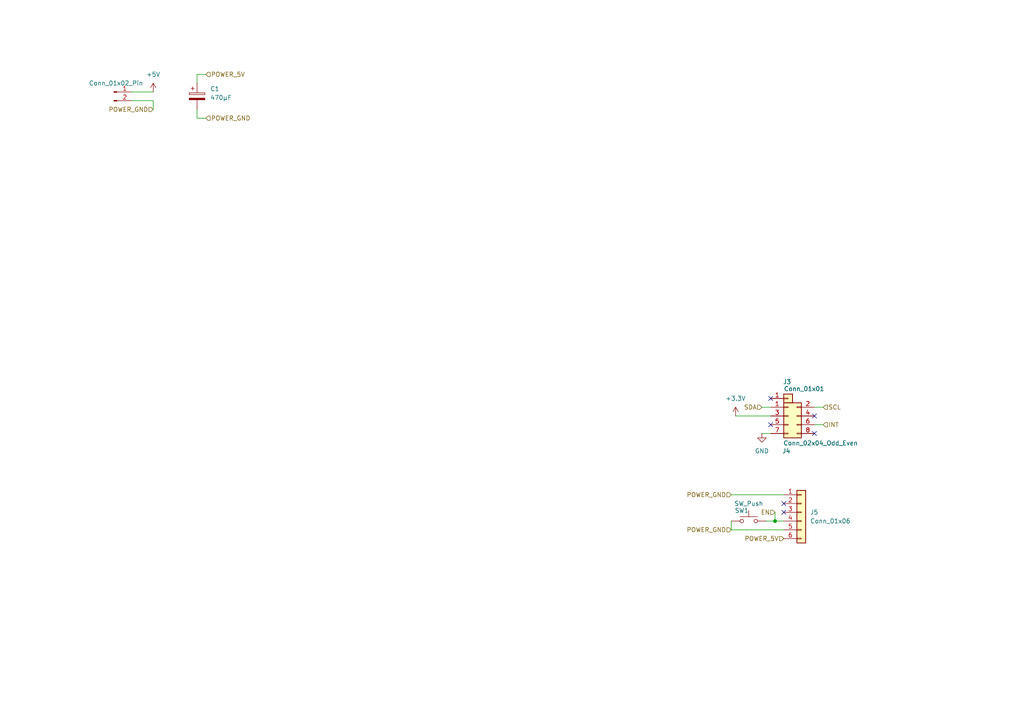
<source format=kicad_sch>
(kicad_sch (version 20250114) (generator "eeschema") (generator_version "9.0")
  (paper "A4")
  (lib_symbols
    (symbol "Connector:Conn_01x02_Pin" (pin_names (offset 1.016) (hide yes))
      (property "Reference" "J" (at 0 2.54 0))
      (property "Value" "Conn_01x02_Pin" (at 0 -5.08 0))
      (symbol "Conn_01x02_Pin_1_1"
        (rectangle (start 0.8636 0.127) (end 0 -0.127) (stroke (width 0.1524)) (fill (type outline)))
        (rectangle (start 0.8636 -2.413) (end 0 -2.667) (stroke (width 0.1524)) (fill (type outline)))
        (polyline (pts (xy 1.27 0) (xy 0.8636 0)) (stroke (width 0.1524)))
        (polyline (pts (xy 1.27 -2.54) (xy 0.8636 -2.54)) (stroke (width 0.1524)))
        (pin passive line (at 5.08 0 180) (length 3.81) (name "Pin_1") (number "1"))
        (pin passive line (at 5.08 -2.54 180) (length 3.81) (name "Pin_2") (number "2"))
      )
    )
    (symbol "Connector_Generic:Conn_01x01" (pin_names (offset 1.016) (hide yes))
      (property "Reference" "J" (at 0 2.54 0))
      (property "Value" "Conn_01x01" (at 0 -2.54 0))
      (symbol "Conn_01x01_1_1"
        (rectangle (start -1.27 1.27) (end 1.27 -1.27) (stroke (width 0.254)) (fill (type background)))
        (rectangle (start -1.27 0.127) (end 0 -0.127) (stroke (width 0.1524)))
        (pin passive line (at -5.08 0 0) (length 3.81) (name "Pin_1") (number "1"))
      )
    )
    (symbol "Connector_Generic:Conn_01x06" (pin_names (offset 1.016) (hide yes))
      (property "Reference" "J" (at 0 7.62 0))
      (property "Value" "Conn_01x06" (at 0 -10.16 0))
      (symbol "Conn_01x06_1_1"
        (rectangle (start -1.27 6.35) (end 1.27 -8.89) (stroke (width 0.254)) (fill (type background)))
        (rectangle (start -1.27 5.207) (end 0 4.953) (stroke (width 0.1524)))
        (rectangle (start -1.27 2.667) (end 0 2.413) (stroke (width 0.1524)))
        (rectangle (start -1.27 0.127) (end 0 -0.127) (stroke (width 0.1524)))
        (rectangle (start -1.27 -2.413) (end 0 -2.667) (stroke (width 0.1524)))
        (rectangle (start -1.27 -4.953) (end 0 -5.207) (stroke (width 0.1524)))
        (rectangle (start -1.27 -7.493) (end 0 -7.747) (stroke (width 0.1524)))
        (pin passive line (at -5.08 5.08 0) (length 3.81) (name "Pin_1") (number "1"))
        (pin passive line (at -5.08 2.54 0) (length 3.81) (name "Pin_2") (number "2"))
        (pin passive line (at -5.08 0 0) (length 3.81) (name "Pin_3") (number "3"))
        (pin passive line (at -5.08 -2.54 0) (length 3.81) (name "Pin_4") (number "4"))
        (pin passive line (at -5.08 -5.08 0) (length 3.81) (name "Pin_5") (number "5"))
        (pin passive line (at -5.08 -7.62 0) (length 3.81) (name "Pin_6") (number "6"))
      )
    )
    (symbol "Connector_Generic:Conn_02x04_Odd_Even" (pin_names (offset 1.016) (hide yes))
      (property "Reference" "J" (at 1.27 5.08 0))
      (property "Value" "Conn_02x04_Odd_Even" (at 1.27 -7.62 0))
      (symbol "Conn_02x04_Odd_Even_1_1"
        (rectangle (start -1.27 3.81) (end 3.81 -6.35) (stroke (width 0.254)) (fill (type background)))
        (rectangle (start -1.27 2.667) (end 0 2.413) (stroke (width 0.1524)))
        (rectangle (start -1.27 0.127) (end 0 -0.127) (stroke (width 0.1524)))
        (rectangle (start -1.27 -2.413) (end 0 -2.667) (stroke (width 0.1524)))
        (rectangle (start -1.27 -4.953) (end 0 -5.207) (stroke (width 0.1524)))
        (rectangle (start 3.81 2.667) (end 2.54 2.413) (stroke (width 0.1524)))
        (rectangle (start 3.81 0.127) (end 2.54 -0.127) (stroke (width 0.1524)))
        (rectangle (start 3.81 -2.413) (end 2.54 -2.667) (stroke (width 0.1524)))
        (rectangle (start 3.81 -4.953) (end 2.54 -5.207) (stroke (width 0.1524)))
        (pin passive line (at -5.08 2.54 0) (length 3.81) (name "Pin_1") (number "1"))
        (pin passive line (at -5.08 0 0) (length 3.81) (name "Pin_3") (number "3"))
        (pin passive line (at -5.08 -2.54 0) (length 3.81) (name "Pin_5") (number "5"))
        (pin passive line (at -5.08 -5.08 0) (length 3.81) (name "Pin_7") (number "7"))
        (pin passive line (at 7.62 2.54 180) (length 3.81) (name "Pin_2") (number "2"))
        (pin passive line (at 7.62 0 180) (length 3.81) (name "Pin_4") (number "4"))
        (pin passive line (at 7.62 -2.54 180) (length 3.81) (name "Pin_6") (number "6"))
        (pin passive line (at 7.62 -5.08 180) (length 3.81) (name "Pin_8") (number "8"))
      )
    )
    (symbol "Device:C_Polarized" (pin_numbers (hide yes)) (pin_names (offset 0.254))
      (property "Reference" "C" (at 0.635 2.54 0))
      (property "Value" "C_Polarized" (at 0.635 -2.54 0))
      (symbol "C_Polarized_0_1"
        (rectangle (start -2.286 0.508) (end 2.286 1.016))
        (polyline (pts (xy -1.778 2.286) (xy -0.762 2.286)))
        (polyline (pts (xy -1.27 2.794) (xy -1.27 1.778)))
        (rectangle (start 2.286 -0.508) (end -2.286 -1.016) (fill (type outline)))
      )
      (symbol "C_Polarized_1_1"
        (pin passive line (at 0 3.81 270) (length 2.794) (name "~") (number "1"))
        (pin passive line (at 0 -3.81 90) (length 2.794) (name "~") (number "2"))
      )
    )
    (symbol "Switch:SW_Push" (pin_numbers (hide yes)) (pin_names (offset 1.016) (hide yes))
      (property "Reference" "SW" (at 1.27 2.54 0))
      (property "Value" "SW_Push" (at 0 -1.524 0))
      (symbol "SW_Push_0_1"
        (circle (center -2.032 0) (radius 0.508))
        (polyline (pts (xy 0 1.27) (xy 0 3.048)))
        (circle (center 2.032 0) (radius 0.508))
        (polyline (pts (xy 2.54 1.27) (xy -2.54 1.27)))
        (pin passive line (at -5.08 0 0) (length 2.54) (name "1") (number "1"))
        (pin passive line (at 5.08 0 180) (length 2.54) (name "2") (number "2"))
      )
    )
    (symbol "power:+3.3V" (power) (pin_numbers (hide yes)) (pin_names (offset 0) (hide yes))
      (property "Value" "+3.3V" (at 0 3.556 0))
      (symbol "+3.3V_0_1"
        (polyline (pts (xy -0.762 1.27) (xy 0 2.54)))
        (polyline (pts (xy 0 2.54) (xy 0.762 1.27)))
        (polyline (pts (xy 0 0) (xy 0 2.54)))
      )
      (symbol "+3.3V_1_1"
        (pin power_in line (at 0 0 90) (length 0) (name "~") (number "1"))
      )
    )
    (symbol "power:+5V" (power) (pin_numbers (hide yes)) (pin_names (offset 0) (hide yes))
      (property "Value" "+5V" (at 0 3.556 0))
      (symbol "+5V_0_1"
        (polyline (pts (xy -0.762 1.27) (xy 0 2.54)))
        (polyline (pts (xy 0 2.54) (xy 0.762 1.27)))
        (polyline (pts (xy 0 0) (xy 0 2.54)))
      )
      (symbol "+5V_1_1"
        (pin power_in line (at 0 0 90) (length 0) (name "~") (number "1"))
      )
    )
    (symbol "power:GND" (power) (pin_numbers (hide yes)) (pin_names (offset 0) (hide yes))
      (property "Value" "GND" (at 0 -3.81 0))
      (symbol "GND_0_1"
        (polyline (pts (xy 0 0) (xy 0 -1.27) (xy 1.27 -1.27) (xy 0 -2.54) (xy -1.27 -1.27) (xy 0 -1.27)))
      )
      (symbol "GND_1_1"
        (pin power_in line (at 0 0 270) (length 0) (name "~") (number "1"))
      )
    )
  )
  (junction (at 224.79 151.13))
  (no_connect (at 236.22 125.73))
  (no_connect (at 227.33 146.05))
  (no_connect (at 236.22 120.65))
  (no_connect (at 227.33 148.59))
  (no_connect (at 223.52 123.19))
  (no_connect (at 223.52 115.57))
  (wire (pts (xy 44.45 29.21) (xy 44.45 31.75)))
  (wire (pts (xy 236.22 123.19) (xy 238.76 123.19)))
  (wire (pts (xy 38.1 26.67) (xy 44.45 26.67)))
  (wire (pts (xy 57.15 31.75) (xy 57.15 34.29)))
  (wire (pts (xy 220.98 118.11) (xy 223.52 118.11)))
  (wire (pts (xy 57.15 21.59) (xy 57.15 24.13)))
  (wire (pts (xy 220.98 125.73) (xy 223.52 125.73)))
  (wire (pts (xy 212.09 151.13) (xy 212.09 153.67)))
  (wire (pts (xy 212.09 153.67) (xy 227.33 153.67)))
  (wire (pts (xy 224.79 151.13) (xy 227.33 151.13)))
  (wire (pts (xy 212.09 143.51) (xy 227.33 143.51)))
  (wire (pts (xy 222.25 151.13) (xy 224.79 151.13)))
  (wire (pts (xy 59.69 21.59) (xy 57.15 21.59)))
  (wire (pts (xy 38.1 29.21) (xy 44.45 29.21)))
  (wire (pts (xy 213.36 120.65) (xy 223.52 120.65)))
  (wire (pts (xy 224.79 148.59) (xy 224.79 151.13)))
  (wire (pts (xy 236.22 118.11) (xy 238.76 118.11)))
  (wire (pts (xy 57.15 34.29) (xy 59.69 34.29)))
  (hierarchical_label "POWER_GND" (shape input) (at 212.09 153.67 180))
  (hierarchical_label "POWER_5V" (shape input) (at 59.69 21.59 0))
  (hierarchical_label "POWER_GND" (shape input) (at 212.09 143.51 180))
  (hierarchical_label "POWER_GND" (shape input) (at 59.69 34.29 0))
  (hierarchical_label "POWER_5V" (shape input) (at 227.33 156.21 180))
  (hierarchical_label "INT" (shape input) (at 238.76 123.19 0))
  (hierarchical_label "POWER_GND" (shape input) (at 44.45 31.75 180))
  (hierarchical_label "EN" (shape input) (at 224.79 148.59 180))
  (hierarchical_label "SDA" (shape input) (at 220.98 118.11 180))
  (hierarchical_label "SCL" (shape input) (at 238.76 118.11 0))
  (symbol (lib_id "Switch:SW_Push") (at 217.17 151.13 0) (unit 1)
    (property "Reference" "SW1" (at 215.138 148.082 0))
    (property "Value" "SW_Push" (at 217.17 146.05 0))
    (property "Description" "Push button switch, generic, two pins" (effects (hide yes)))
  )
  (symbol (lib_id "Connector_Generic:Conn_01x06") (at 232.41 148.59 0) (unit 1)
    (property "Reference" "J5" (at 234.95 148.5899 0) (effects (justify left)))
    (property "Value" "Conn_01x06" (at 234.95 151.1299 0) (effects (justify left)))
    (property "Footprint" "Connector_PinHeader_2.54mm:PinHeader_1x06_P2.54mm_Horizontal" (effects (hide yes)))
    (property "Description" "Generic connector, single row, 01x06, script generated (kicad-library-utils/schlib/autogen/connector/)" (effects (hide yes)))
  )
  (symbol (lib_id "power:+5V") (at 44.45 26.67 0) (unit 1)
    (property "Reference" "#PWR08" (effects (hide yes)))
    (property "Value" "+5V" (at 44.45 21.59 0))
    (property "Description" "Power symbol creates a global label with name \"+5V\"" (effects (hide yes)))
  )
  (symbol (lib_id "Device:C_Polarized") (at 57.15 27.94 0) (unit 1)
    (property "Reference" "C1" (at 60.96 25.7809 0) (effects (justify left)))
    (property "Value" "470µF" (at 60.96 28.3209 0) (effects (justify left)))
    (property "Footprint" "Capacitor_Tantalum_SMD:CP_EIA-7343-31_Kemet-D" (effects (hide yes)))
    (property "Description" "Polarized capacitor" (effects (hide yes)))
  )
  (symbol (lib_id "Connector:Conn_01x02_Pin") (at 33.02 26.67 0) (unit 1)
    (property "Reference" "J2" (effects (hide yes)))
    (property "Value" "Conn_01x02_Pin" (at 33.655 24.13 0))
    (property "Footprint" "TerminalBlock_Phoenix:TerminalBlock_Phoenix_PT-1,5-2-5.0-H_1x02_P5.00mm_Horizontal" (effects (hide yes)))
    (property "Description" "Generic connector, single row, 01x02, script generated" (effects (hide yes)))
  )
  (symbol (lib_id "power:GND") (at 220.98 125.73 0) (unit 1)
    (property "Reference" "#PWR015" (effects (hide yes)))
    (property "Value" "GND" (at 220.98 130.81 0))
    (property "Description" "Power symbol creates a global label with name \"GND\" , ground" (effects (hide yes)))
  )
  (symbol (lib_id "Connector_Generic:Conn_02x04_Odd_Even") (at 228.6 120.65 0) (unit 1)
    (property "Reference" "J4" (at 228.092 130.81 0))
    (property "Value" "Conn_02x04_Odd_Even" (at 237.998 128.524 0))
    (property "Footprint" "Connector_PinHeader_2.54mm:PinHeader_2x04_P2.54mm_Horizontal" (effects (hide yes)))
    (property "Description" "Generic connector, double row, 02x04, odd/even pin numbering scheme (row 1 odd numbers, row 2 even numbers), script generated (kicad-library-utils/schlib/autogen/connector/)" (effects (hide yes)))
  )
  (symbol (lib_id "Connector_Generic:Conn_01x01") (at 228.6 115.57 0) (unit 1)
    (property "Reference" "J3" (at 227.076 110.744 0) (effects (justify left)))
    (property "Value" "Conn_01x01" (at 227.33 112.776 0) (effects (justify left)))
    (property "Footprint" "Connector_PinHeader_2.54mm:PinHeader_1x01_P2.54mm_Horizontal" (effects (hide yes)))
    (property "Description" "Generic connector, single row, 01x01, script generated (kicad-library-utils/schlib/autogen/connector/)" (effects (hide yes)))
  )
  (symbol (lib_id "power:+3.3V") (at 213.36 120.65 0) (unit 1)
    (property "Reference" "#PWR013" (effects (hide yes)))
    (property "Value" "+3.3V" (at 213.36 115.57 0))
    (property "Description" "Power symbol creates a global label with name \"+3.3V\"" (effects (hide yes)))
  )
)
</source>
